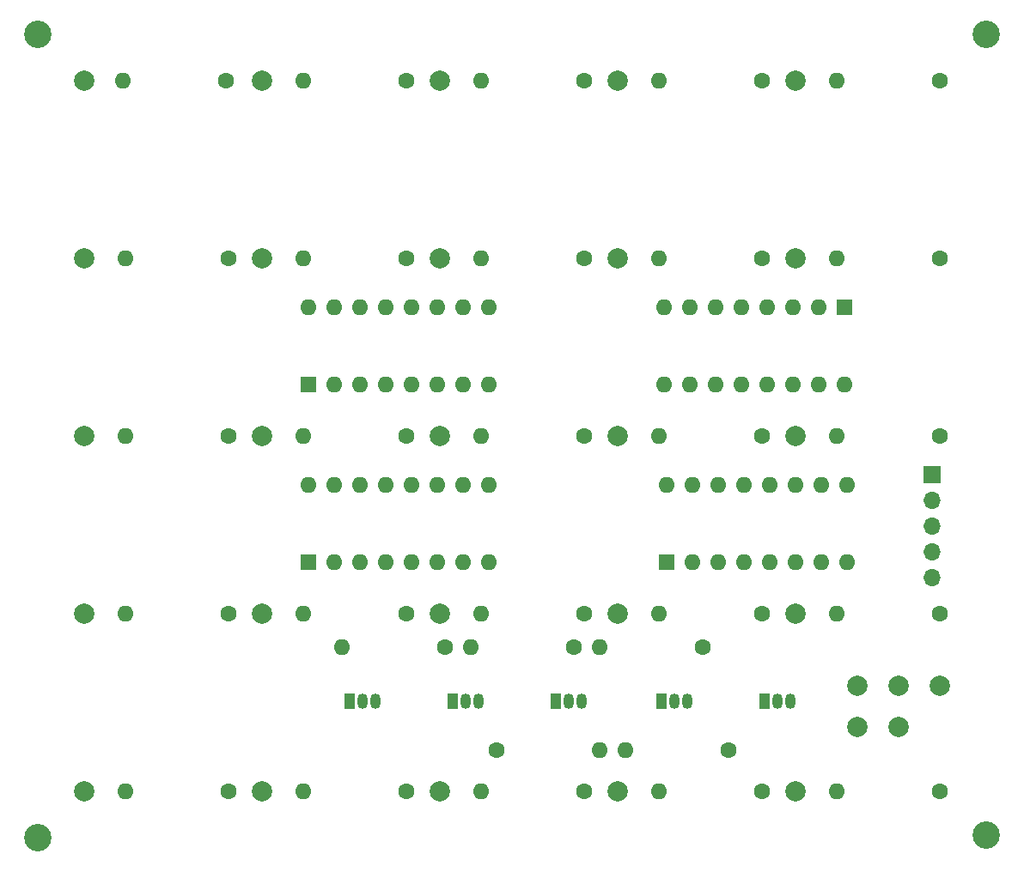
<source format=gbr>
%TF.GenerationSoftware,KiCad,Pcbnew,5.1.5+dfsg1-2build2*%
%TF.CreationDate,2021-08-10T12:38:12+02:00*%
%TF.ProjectId,ledcube_5,6c656463-7562-4655-9f35-2e6b69636164,rev?*%
%TF.SameCoordinates,Original*%
%TF.FileFunction,Soldermask,Top*%
%TF.FilePolarity,Negative*%
%FSLAX46Y46*%
G04 Gerber Fmt 4.6, Leading zero omitted, Abs format (unit mm)*
G04 Created by KiCad (PCBNEW 5.1.5+dfsg1-2build2) date 2021-08-10 12:38:12*
%MOMM*%
%LPD*%
G04 APERTURE LIST*
%ADD10C,2.700000*%
%ADD11O,1.600000X1.600000*%
%ADD12C,1.600000*%
%ADD13O,1.700000X1.700000*%
%ADD14R,1.700000X1.700000*%
%ADD15R,1.600000X1.600000*%
%ADD16C,2.000000*%
%ADD17R,1.050000X1.500000*%
%ADD18O,1.050000X1.500000*%
G04 APERTURE END LIST*
D10*
%TO.C,REF\002A\002A*%
X254000000Y-117602000D03*
%TD*%
%TO.C,REF\002A\002A*%
X160528000Y-117856000D03*
%TD*%
%TO.C,REF\002A\002A*%
X160528000Y-38608000D03*
%TD*%
%TO.C,REF\002A\002A*%
X254000000Y-38608000D03*
%TD*%
D11*
%TO.C,R30*%
X190500000Y-99060000D03*
D12*
X200660000Y-99060000D03*
%TD*%
D11*
%TO.C,R29*%
X203200000Y-99060000D03*
D12*
X213360000Y-99060000D03*
%TD*%
D11*
%TO.C,R28*%
X215900000Y-99060000D03*
D12*
X226060000Y-99060000D03*
%TD*%
D11*
%TO.C,R27*%
X218440000Y-109220000D03*
D12*
X228600000Y-109220000D03*
%TD*%
D11*
%TO.C,R26*%
X215900000Y-109220000D03*
D12*
X205740000Y-109220000D03*
%TD*%
D13*
%TO.C,J1*%
X248666000Y-92202000D03*
X248666000Y-89662000D03*
X248666000Y-87122000D03*
X248666000Y-84582000D03*
D14*
X248666000Y-82042000D03*
%TD*%
D11*
%TO.C,U1*%
X187198000Y-65532000D03*
X204978000Y-73152000D03*
X189738000Y-65532000D03*
X202438000Y-73152000D03*
X192278000Y-65532000D03*
X199898000Y-73152000D03*
X194818000Y-65532000D03*
X197358000Y-73152000D03*
X197358000Y-65532000D03*
X194818000Y-73152000D03*
X199898000Y-65532000D03*
X192278000Y-73152000D03*
X202438000Y-65532000D03*
X189738000Y-73152000D03*
X204978000Y-65532000D03*
D15*
X187198000Y-73152000D03*
%TD*%
D16*
%TO.C,J6*%
X249400000Y-102870000D03*
%TD*%
%TO.C,J5*%
X245350000Y-106920000D03*
%TD*%
%TO.C,J4*%
X245350000Y-102870000D03*
%TD*%
%TO.C,J3*%
X241300000Y-106920000D03*
%TD*%
%TO.C,J2*%
X241300000Y-102870000D03*
%TD*%
D11*
%TO.C,R25*%
X239268000Y-113284000D03*
D12*
X249428000Y-113284000D03*
%TD*%
D11*
%TO.C,R24*%
X239268000Y-95758000D03*
D12*
X249428000Y-95758000D03*
%TD*%
D11*
%TO.C,R23*%
X239268000Y-78232000D03*
D12*
X249428000Y-78232000D03*
%TD*%
D11*
%TO.C,R22*%
X239268000Y-60706000D03*
D12*
X249428000Y-60706000D03*
%TD*%
D11*
%TO.C,R21*%
X239268000Y-43180000D03*
D12*
X249428000Y-43180000D03*
%TD*%
D11*
%TO.C,R20*%
X221742000Y-113284000D03*
D12*
X231902000Y-113284000D03*
%TD*%
D11*
%TO.C,R19*%
X221742000Y-95758000D03*
D12*
X231902000Y-95758000D03*
%TD*%
D11*
%TO.C,R18*%
X221742000Y-78232000D03*
D12*
X231902000Y-78232000D03*
%TD*%
D11*
%TO.C,R17*%
X221742000Y-60706000D03*
D12*
X231902000Y-60706000D03*
%TD*%
D11*
%TO.C,R16*%
X221742000Y-43180000D03*
D12*
X231902000Y-43180000D03*
%TD*%
D11*
%TO.C,R15*%
X204216000Y-113284000D03*
D12*
X214376000Y-113284000D03*
%TD*%
D11*
%TO.C,R14*%
X204216000Y-95758000D03*
D12*
X214376000Y-95758000D03*
%TD*%
D11*
%TO.C,R13*%
X204216000Y-78232000D03*
D12*
X214376000Y-78232000D03*
%TD*%
D11*
%TO.C,R12*%
X204216000Y-60706000D03*
D12*
X214376000Y-60706000D03*
%TD*%
D11*
%TO.C,R11*%
X204216000Y-43180000D03*
D12*
X214376000Y-43180000D03*
%TD*%
%TO.C,R10*%
X196850000Y-113284000D03*
D11*
X186690000Y-113284000D03*
%TD*%
%TO.C,R9*%
X186690000Y-95758000D03*
D12*
X196850000Y-95758000D03*
%TD*%
D11*
%TO.C,R8*%
X186690000Y-78232000D03*
D12*
X196850000Y-78232000D03*
%TD*%
D11*
%TO.C,R7*%
X186690000Y-60706000D03*
D12*
X196850000Y-60706000D03*
%TD*%
D11*
%TO.C,R6*%
X186690000Y-43180000D03*
D12*
X196850000Y-43180000D03*
%TD*%
D11*
%TO.C,R5*%
X169164000Y-113284000D03*
D12*
X179324000Y-113284000D03*
%TD*%
D11*
%TO.C,R4*%
X169164000Y-95758000D03*
D12*
X179324000Y-95758000D03*
%TD*%
D11*
%TO.C,R3*%
X169164000Y-78232000D03*
D12*
X179324000Y-78232000D03*
%TD*%
D11*
%TO.C,R2*%
X169164000Y-60706000D03*
D12*
X179324000Y-60706000D03*
%TD*%
D11*
%TO.C,R1*%
X168910000Y-43180000D03*
D12*
X179070000Y-43180000D03*
%TD*%
D11*
%TO.C,U4*%
X222504000Y-83058000D03*
X240284000Y-90678000D03*
X225044000Y-83058000D03*
X237744000Y-90678000D03*
X227584000Y-83058000D03*
X235204000Y-90678000D03*
X230124000Y-83058000D03*
X232664000Y-90678000D03*
X232664000Y-83058000D03*
X230124000Y-90678000D03*
X235204000Y-83058000D03*
X227584000Y-90678000D03*
X237744000Y-83058000D03*
X225044000Y-90678000D03*
X240284000Y-83058000D03*
D15*
X222504000Y-90678000D03*
%TD*%
D11*
%TO.C,U3*%
X240030000Y-73152000D03*
X222250000Y-65532000D03*
X237490000Y-73152000D03*
X224790000Y-65532000D03*
X234950000Y-73152000D03*
X227330000Y-65532000D03*
X232410000Y-73152000D03*
X229870000Y-65532000D03*
X229870000Y-73152000D03*
X232410000Y-65532000D03*
X227330000Y-73152000D03*
X234950000Y-65532000D03*
X224790000Y-73152000D03*
X237490000Y-65532000D03*
X222250000Y-73152000D03*
D15*
X240030000Y-65532000D03*
%TD*%
D11*
%TO.C,U2*%
X187198000Y-83058000D03*
X204978000Y-90678000D03*
X189738000Y-83058000D03*
X202438000Y-90678000D03*
X192278000Y-83058000D03*
X199898000Y-90678000D03*
X194818000Y-83058000D03*
X197358000Y-90678000D03*
X197358000Y-83058000D03*
X194818000Y-90678000D03*
X199898000Y-83058000D03*
X192278000Y-90678000D03*
X202438000Y-83058000D03*
X189738000Y-90678000D03*
X204978000Y-83058000D03*
D15*
X187198000Y-90678000D03*
%TD*%
D17*
%TO.C,Q5*%
X191262000Y-104394000D03*
D18*
X193802000Y-104394000D03*
X192532000Y-104394000D03*
%TD*%
D17*
%TO.C,Q4*%
X201422000Y-104394000D03*
D18*
X203962000Y-104394000D03*
X202692000Y-104394000D03*
%TD*%
D17*
%TO.C,Q3*%
X211582000Y-104394000D03*
D18*
X214122000Y-104394000D03*
X212852000Y-104394000D03*
%TD*%
D17*
%TO.C,Q2*%
X221996000Y-104394000D03*
D18*
X224536000Y-104394000D03*
X223266000Y-104394000D03*
%TD*%
D17*
%TO.C,Q1*%
X232156000Y-104394000D03*
D18*
X234696000Y-104394000D03*
X233426000Y-104394000D03*
%TD*%
D16*
%TO.C,D25*%
X235204000Y-113284000D03*
%TD*%
%TO.C,D24*%
X235204000Y-95758000D03*
%TD*%
%TO.C,D23*%
X235204000Y-78232000D03*
%TD*%
%TO.C,D22*%
X235204000Y-60706000D03*
%TD*%
%TO.C,D21*%
X235204000Y-43180000D03*
%TD*%
%TO.C,D20*%
X217678000Y-113284000D03*
%TD*%
%TO.C,D19*%
X217678000Y-95758000D03*
%TD*%
%TO.C,D18*%
X217678000Y-78232000D03*
%TD*%
%TO.C,D17*%
X217678000Y-60706000D03*
%TD*%
%TO.C,D16*%
X217678000Y-43180000D03*
%TD*%
%TO.C,D15*%
X200152000Y-113284000D03*
%TD*%
%TO.C,D14*%
X200152000Y-95758000D03*
%TD*%
%TO.C,D13*%
X200152000Y-78232000D03*
%TD*%
%TO.C,D12*%
X200152000Y-60706000D03*
%TD*%
%TO.C,D11*%
X200152000Y-43180000D03*
%TD*%
%TO.C,D10*%
X182626000Y-113284000D03*
%TD*%
%TO.C,D9*%
X182626000Y-95758000D03*
%TD*%
%TO.C,D8*%
X182626000Y-78232000D03*
%TD*%
%TO.C,D7*%
X182626000Y-60706000D03*
%TD*%
%TO.C,D6*%
X182626000Y-43180000D03*
%TD*%
%TO.C,D5*%
X165100000Y-113284000D03*
%TD*%
%TO.C,D4*%
X165100000Y-95758000D03*
%TD*%
%TO.C,D3*%
X165100000Y-78232000D03*
%TD*%
%TO.C,D2*%
X165100000Y-60706000D03*
%TD*%
%TO.C,D1*%
X165100000Y-43180000D03*
%TD*%
M02*

</source>
